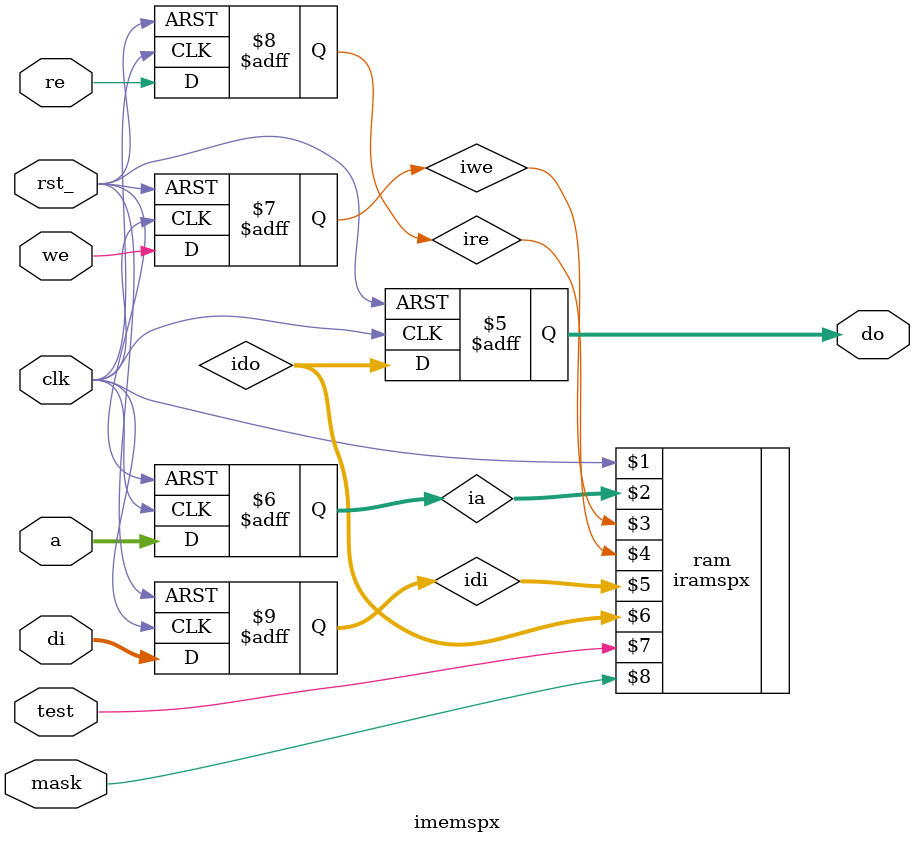
<source format=v>

module imemspx
    (
     clk,
     rst_,
     a,
     we,
     re,
     di,
     do,
     
     test,
     mask
     );

parameter ADDRBIT = 11;
parameter DEPTH = 1536;
parameter WIDTH = 32;
parameter TYPE = "AUTO";        //This parameter is for synthesis only (Do not remove)
parameter MAXDEPTH = 0;

input               clk;
input               rst_;
input [ADDRBIT-1:0] a;
input               we;
input               re;
input [WIDTH-1:0]   di;
output [WIDTH-1:0]  do;

input               test;
input               mask;

reg [ADDRBIT-1:0]   ia;
reg                 iwe;
reg                 ire;
reg [WIDTH-1:0]     idi;
wire [WIDTH-1:0]    ido;
reg [WIDTH-1:0]     do;

//wrapping logics
//input
always @ (posedge clk or negedge rst_)
    if (~rst_)
        begin
        ia  <= {ADDRBIT{1'b0}};
        iwe <= 1'b0;
        idi <= {WIDTH{1'b0}};
        ire <= 1'b0;
        end
    else
        begin
        ia  <= a;
        iwe <= we;
        idi <= di;
        ire <= re;
        end

//output
always @ (posedge clk or negedge rst_)
    if (~rst_)  do  <= {WIDTH{1'b0}};
    else        do  <= ido;

//single-port ram instantiation
iramspx #(ADDRBIT,DEPTH,WIDTH) ram (clk,ia,iwe,ire,idi,ido,test,mask);

endmodule

</source>
